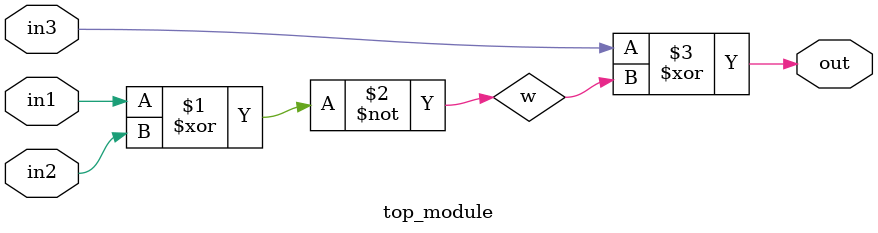
<source format=sv>
module top_module (
    input  logic in1,
    input  logic in2,
    input  logic in3,
    output logic out);
	
    logic w;

    assign w = ~(in1 ^ in2);
    assign out = in3 ^ w;
endmodule

</source>
